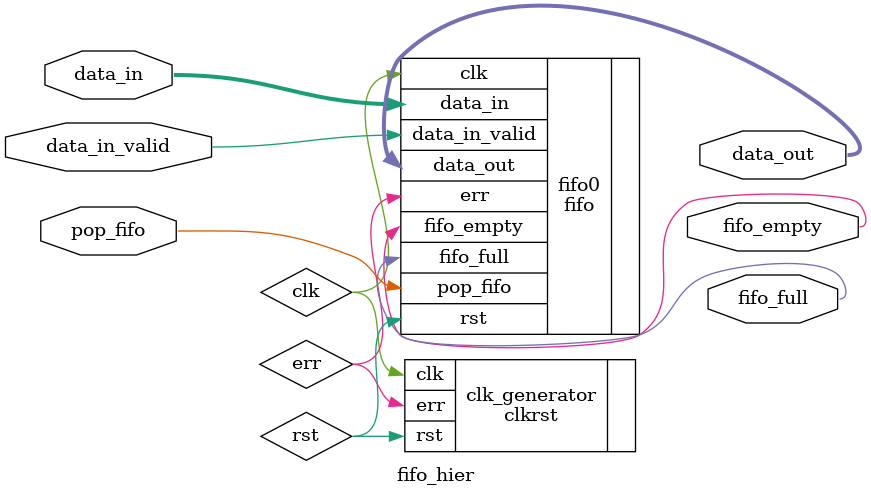
<source format=v>
/* $Author: karu $ */
/* $LastChangedDate: 2009-03-04 23:09:45 -0600 (Wed, 04 Mar 2009) $ */
/* $Rev: 45 $ */
// YOU SHALL NOT EDIT THIS FILE. ANY CHANGES TO THIS FILE WILL
// RESULT IN ZERO FOR THIS PROBLEM.

module fifo_hier(/*AUTOARG*/
   // Outputs
   data_out, fifo_empty, fifo_full,
   // Inputs
   data_in, data_in_valid, pop_fifo
   );

   input [63:0] data_in;
   input        data_in_valid;
   input        pop_fifo;

   output [63:0] data_out;
   output        fifo_empty;
   output        fifo_full;

   clkrst clk_generator(.clk(clk),
                        .rst(rst),
                        .err(err) );

   fifo fifo0(/*AUTOINST*/
              // Outputs
              .data_out                 (data_out[63:0]),
              .fifo_empty               (fifo_empty),
              .fifo_full                (fifo_full),
              .err                      (err),
              // Inputs
              .data_in                  (data_in[63:0]),
              .data_in_valid            (data_in_valid),
              .pop_fifo                 (pop_fifo),
              .clk                      (clk),
              .rst                      (rst));




endmodule
// DUMMY LINE FOR REV CONTROL :1:

</source>
